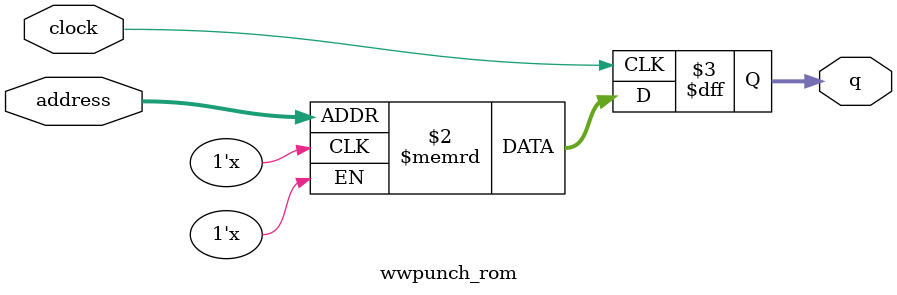
<source format=sv>
module wwstand_rom (
	input logic clock,
	input logic [11:0] address,
	output logic [3:0] q
);

logic [3:0] memory [0:4095] /* synthesis ram_init_file = "./wwstand/wwstand.mif" */;

always_ff @ (posedge clock) begin
	q <= memory[address];
end

endmodule

module wwstand2_rom (
	input logic clock,
	input logic [11:0] address,
	output logic [3:0] q
);

logic [3:0] memory [0:4095] /* synthesis ram_init_file = "./wwstand2/wwstand2.mif" */;

always_ff @ (posedge clock) begin
	q <= memory[address];
end

endmodule

module wwblock_rom (
	input logic clock,
	input logic [11:0] address,
	output logic [3:0] q
);

logic [3:0] memory [0:4095] /* synthesis ram_init_file = "./wwblock/wwblock.mif" */;

always_ff @ (posedge clock) begin
	q <= memory[address];
end

endmodule

module wwcrouch_rom (
	input logic clock,
	input logic [11:0] address,
	output logic [3:0] q
);

logic [3:0] memory [0:4095] /* synthesis ram_init_file = "./wwcrouch/wwcrouch.mif" */;

always_ff @ (posedge clock) begin
	q <= memory[address];
end

endmodule

module wwcrouchpunch_rom (
	input logic clock,
	input logic [11:0] address,
	output logic [3:0] q
);

logic [3:0] memory [0:4095] /* synthesis ram_init_file = "./wwcrouchpunch/wwcrouchpunch.mif" */;

always_ff @ (posedge clock) begin
	q <= memory[address];
end

endmodule

module wwdead_rom (
	input logic clock,
	input logic [11:0] address,
	output logic [3:0] q
);

logic [3:0] memory [0:4095] /* synthesis ram_init_file = "./wwdead/wwdead.mif" */;

always_ff @ (posedge clock) begin
	q <= memory[address];
end

endmodule

module wwjump_rom (
	input logic clock,
	input logic [11:0] address,
	output logic [3:0] q
);

logic [3:0] memory [0:4095] /* synthesis ram_init_file = "./wwjump/wwjump.mif" */;

always_ff @ (posedge clock) begin
	q <= memory[address];
end

endmodule

module wwkick_rom (
	input logic clock,
	input logic [11:0] address,
	output logic [3:0] q
);

logic [3:0] memory [0:4095] /* synthesis ram_init_file = "./wwkick/wwkick.mif" */;

always_ff @ (posedge clock) begin
	q <= memory[address];
end

endmodule

module wwpunch_rom (
	input logic clock,
	input logic [11:0] address,
	output logic [3:0] q
);

logic [3:0] memory [0:4095] /* synthesis ram_init_file = "./wwpunch/wwpunch.mif" */;

always_ff @ (posedge clock) begin
	q <= memory[address];
end

endmodule



</source>
